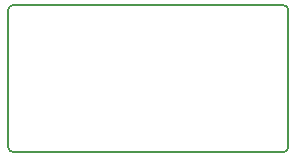
<source format=gm1>
G04 #@! TF.FileFunction,Profile,NP*
%FSLAX46Y46*%
G04 Gerber Fmt 4.6, Leading zero omitted, Abs format (unit mm)*
G04 Created by KiCad (PCBNEW (2015-09-24 BZR 6212, Git 41e96e0)-product) date Fri 25 Sep 2015 09:42:02 AM CEST*
%MOMM*%
G01*
G04 APERTURE LIST*
%ADD10C,0.150000*%
G04 APERTURE END LIST*
D10*
X102793800Y-93192600D02*
X80010000Y-93192600D01*
X103276400Y-81178400D02*
X103276400Y-92710000D01*
X102793800Y-93192600D02*
G75*
G03X103276400Y-92710000I0J482600D01*
G01*
X80010000Y-80695800D02*
X102793800Y-80695800D01*
X79527400Y-92710000D02*
X79527400Y-81178400D01*
X103276400Y-81178400D02*
G75*
G03X102793800Y-80695800I-482600J0D01*
G01*
X80010000Y-80695800D02*
G75*
G03X79527400Y-81178400I0J-482600D01*
G01*
X79527400Y-92710000D02*
G75*
G03X80010000Y-93192600I482600J0D01*
G01*
M02*

</source>
